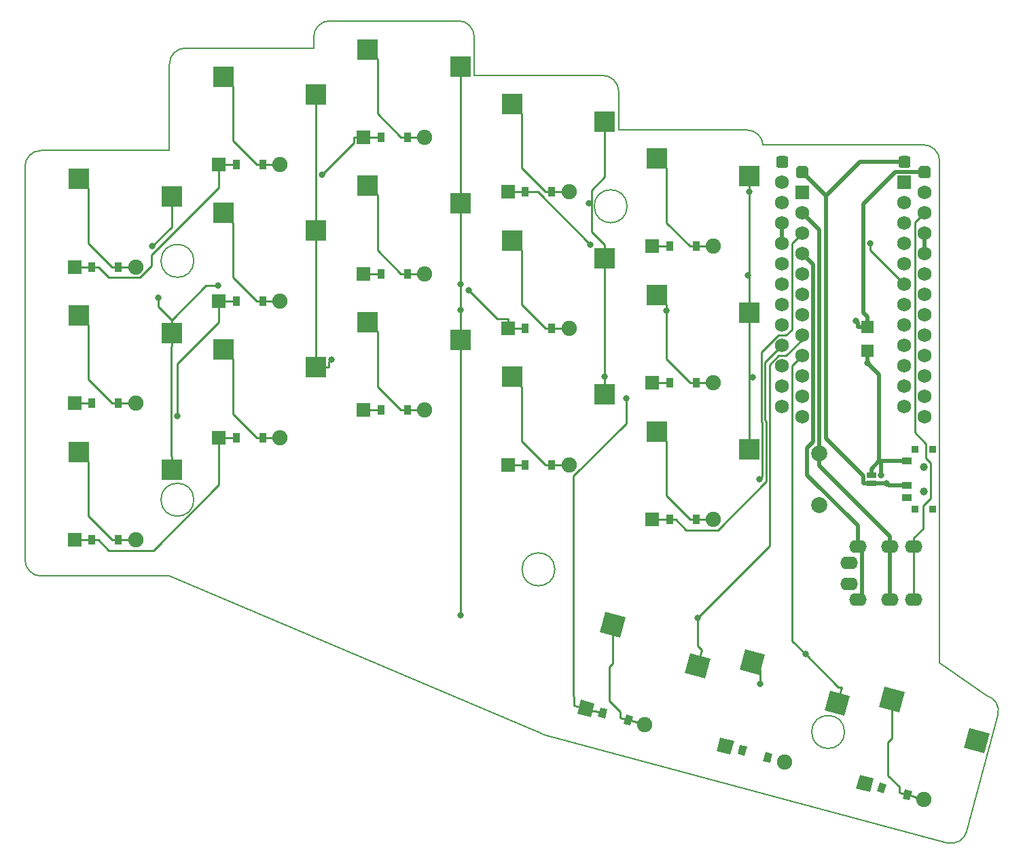
<source format=gbr>
G04 #@! TF.GenerationSoftware,KiCad,Pcbnew,5.1.5+dfsg1-2build2*
G04 #@! TF.CreationDate,2022-04-19T07:05:38+00:00*
G04 #@! TF.ProjectId,board,626f6172-642e-46b6-9963-61645f706362,v1.0.0*
G04 #@! TF.SameCoordinates,Original*
G04 #@! TF.FileFunction,Copper,L2,Bot*
G04 #@! TF.FilePolarity,Positive*
%FSLAX46Y46*%
G04 Gerber Fmt 4.6, Leading zero omitted, Abs format (unit mm)*
G04 Created by KiCad (PCBNEW 5.1.5+dfsg1-2build2) date 2022-04-19 07:05:38*
%MOMM*%
%LPD*%
G04 APERTURE LIST*
G04 #@! TA.AperFunction,Profile*
%ADD10C,0.150000*%
G04 #@! TD*
G04 #@! TA.AperFunction,SMDPad,CuDef*
%ADD11R,2.600000X2.600000*%
G04 #@! TD*
G04 #@! TA.AperFunction,SMDPad,CuDef*
%ADD12R,0.900000X1.200000*%
G04 #@! TD*
G04 #@! TA.AperFunction,ComponentPad*
%ADD13C,1.905000*%
G04 #@! TD*
G04 #@! TA.AperFunction,ComponentPad*
%ADD14R,1.778000X1.778000*%
G04 #@! TD*
G04 #@! TA.AperFunction,SMDPad,CuDef*
%ADD15C,0.350000*%
G04 #@! TD*
G04 #@! TA.AperFunction,ComponentPad*
%ADD16C,0.350000*%
G04 #@! TD*
G04 #@! TA.AperFunction,ComponentPad*
%ADD17R,1.752600X1.752600*%
G04 #@! TD*
G04 #@! TA.AperFunction,ComponentPad*
%ADD18C,1.752600*%
G04 #@! TD*
G04 #@! TA.AperFunction,SMDPad,CuDef*
%ADD19R,1.500000X1.500000*%
G04 #@! TD*
G04 #@! TA.AperFunction,ComponentPad*
%ADD20O,2.200000X1.600000*%
G04 #@! TD*
G04 #@! TA.AperFunction,SMDPad,CuDef*
%ADD21R,1.143000X0.635000*%
G04 #@! TD*
G04 #@! TA.AperFunction,WasherPad*
%ADD22C,1.000000*%
G04 #@! TD*
G04 #@! TA.AperFunction,SMDPad,CuDef*
%ADD23R,1.250000X0.900000*%
G04 #@! TD*
G04 #@! TA.AperFunction,SMDPad,CuDef*
%ADD24R,0.900000X0.900000*%
G04 #@! TD*
G04 #@! TA.AperFunction,ComponentPad*
%ADD25C,2.000000*%
G04 #@! TD*
G04 #@! TA.AperFunction,ViaPad*
%ADD26C,0.800000*%
G04 #@! TD*
G04 #@! TA.AperFunction,Conductor*
%ADD27C,0.250000*%
G04 #@! TD*
G04 #@! TA.AperFunction,Conductor*
%ADD28C,0.500000*%
G04 #@! TD*
G04 APERTURE END LIST*
D10*
X10000000Y-9500000D02*
X26000000Y-9500000D01*
X8000000Y-7500000D02*
X8000000Y41500000D01*
X10000000Y-9500000D02*
G75*
G02X8000000Y-7500000I0J2000000D01*
G01*
X26000000Y43500000D02*
X10000000Y43500000D01*
X8000000Y41500000D02*
G75*
G02X10000000Y43500000I2000000J0D01*
G01*
X44000000Y56250000D02*
X28000000Y56250000D01*
X26000000Y54250000D02*
G75*
G02X28000000Y56250000I2000000J0D01*
G01*
X26000000Y54250000D02*
X26000000Y43500000D01*
X64000000Y52850000D02*
X64000000Y57650000D01*
X62000000Y59650000D02*
G75*
G02X64000000Y57650000I0J-2000000D01*
G01*
X62000000Y59650000D02*
X46000000Y59650000D01*
X44000000Y57650000D02*
G75*
G02X46000000Y59650000I2000000J0D01*
G01*
X44000000Y57650000D02*
X44000000Y56250000D01*
X82000000Y46050000D02*
X82000000Y50850000D01*
X80000000Y52850000D02*
G75*
G02X82000000Y50850000I0J-2000000D01*
G01*
X80000000Y52850000D02*
X64000000Y52850000D01*
X98000000Y46050000D02*
G75*
G02X99994367Y44200000I0J-2000000D01*
G01*
X98000000Y46050000D02*
X82000000Y46050000D01*
X72707107Y-29274745D02*
X122935250Y-42733335D01*
X72707107Y-29274745D02*
G75*
G02X72197860Y-29059141I517638J1931852D01*
G01*
X125384739Y-41319122D02*
G75*
G02X122935250Y-42733335I-1931851J517638D01*
G01*
X125384740Y-41319122D02*
X129267025Y-26830234D01*
X127852812Y-24380745D02*
G75*
G02X129267025Y-26830234I-517638J-1931851D01*
G01*
X122000000Y-20297692D02*
X127852812Y-24380745D01*
X72197860Y-29059141D02*
X26000000Y-9500000D01*
X122000000Y-20297692D02*
X122000000Y42200000D01*
X120000000Y44200000D02*
G75*
G02X122000000Y42200000I0J-2000000D01*
G01*
X120000000Y44200000D02*
X99994367Y44200000D01*
X29050000Y29750000D02*
G75*
G03X29050000Y29750000I-2050000J0D01*
G01*
X29050000Y0D02*
G75*
G03X29050000Y0I-2050000J0D01*
G01*
X83050000Y36550000D02*
G75*
G03X83050000Y36550000I-2050000J0D01*
G01*
X74050000Y-8670000D02*
G75*
G03X74050000Y-8670000I-2050000J0D01*
G01*
X110153958Y-28924179D02*
G75*
G03X110153958Y-28924179I-2050000J0D01*
G01*
D11*
G04 #@! TO.P,S1,1*
G04 #@! TO.N,pinky_bottom*
X14725000Y5950000D03*
G04 #@! TO.P,S1,2*
G04 #@! TO.N,P20*
X26275000Y3750000D03*
G04 #@! TD*
D12*
G04 #@! TO.P,D1,2*
G04 #@! TO.N,pinky_bottom*
X19650000Y-5000000D03*
G04 #@! TO.P,D1,1*
G04 #@! TO.N,P6*
X16350000Y-5000000D03*
D13*
G04 #@! TO.N,pinky_bottom*
X21810000Y-5000000D03*
D14*
G04 #@! TO.P,D1,2*
G04 #@! TO.N,P6*
X14190000Y-5000000D03*
G04 #@! TD*
D11*
G04 #@! TO.P,S2,1*
G04 #@! TO.N,pinky_home*
X14725000Y22950000D03*
G04 #@! TO.P,S2,2*
G04 #@! TO.N,P20*
X26275000Y20750000D03*
G04 #@! TD*
D12*
G04 #@! TO.P,D2,2*
G04 #@! TO.N,pinky_home*
X19650000Y12000000D03*
G04 #@! TO.P,D2,1*
G04 #@! TO.N,P5*
X16350000Y12000000D03*
D13*
G04 #@! TO.N,pinky_home*
X21810000Y12000000D03*
D14*
G04 #@! TO.P,D2,2*
G04 #@! TO.N,P5*
X14190000Y12000000D03*
G04 #@! TD*
D11*
G04 #@! TO.P,S3,1*
G04 #@! TO.N,pinky_top*
X14725000Y39950000D03*
G04 #@! TO.P,S3,2*
G04 #@! TO.N,P20*
X26275000Y37750000D03*
G04 #@! TD*
D12*
G04 #@! TO.P,D3,2*
G04 #@! TO.N,pinky_top*
X19650000Y29000000D03*
G04 #@! TO.P,D3,1*
G04 #@! TO.N,P4*
X16350000Y29000000D03*
D13*
G04 #@! TO.N,pinky_top*
X21810000Y29000000D03*
D14*
G04 #@! TO.P,D3,2*
G04 #@! TO.N,P4*
X14190000Y29000000D03*
G04 #@! TD*
D11*
G04 #@! TO.P,S4,1*
G04 #@! TO.N,ring_bottom*
X32725000Y18700000D03*
G04 #@! TO.P,S4,2*
G04 #@! TO.N,P19*
X44275000Y16500000D03*
G04 #@! TD*
D12*
G04 #@! TO.P,D4,2*
G04 #@! TO.N,ring_bottom*
X37650000Y7750000D03*
G04 #@! TO.P,D4,1*
G04 #@! TO.N,P6*
X34350000Y7750000D03*
D13*
G04 #@! TO.N,ring_bottom*
X39810000Y7750000D03*
D14*
G04 #@! TO.P,D4,2*
G04 #@! TO.N,P6*
X32190000Y7750000D03*
G04 #@! TD*
D11*
G04 #@! TO.P,S5,1*
G04 #@! TO.N,ring_home*
X32725000Y35700000D03*
G04 #@! TO.P,S5,2*
G04 #@! TO.N,P19*
X44275000Y33500000D03*
G04 #@! TD*
D12*
G04 #@! TO.P,D5,2*
G04 #@! TO.N,ring_home*
X37650000Y24750000D03*
G04 #@! TO.P,D5,1*
G04 #@! TO.N,P5*
X34350000Y24750000D03*
D13*
G04 #@! TO.N,ring_home*
X39810000Y24750000D03*
D14*
G04 #@! TO.P,D5,2*
G04 #@! TO.N,P5*
X32190000Y24750000D03*
G04 #@! TD*
D11*
G04 #@! TO.P,S6,1*
G04 #@! TO.N,ring_top*
X32725000Y52700000D03*
G04 #@! TO.P,S6,2*
G04 #@! TO.N,P19*
X44275000Y50500000D03*
G04 #@! TD*
D12*
G04 #@! TO.P,D6,2*
G04 #@! TO.N,ring_top*
X37650000Y41750000D03*
G04 #@! TO.P,D6,1*
G04 #@! TO.N,P4*
X34350000Y41750000D03*
D13*
G04 #@! TO.N,ring_top*
X39810000Y41750000D03*
D14*
G04 #@! TO.P,D6,2*
G04 #@! TO.N,P4*
X32190000Y41750000D03*
G04 #@! TD*
D11*
G04 #@! TO.P,S7,1*
G04 #@! TO.N,middle_bottom*
X50725000Y22100000D03*
G04 #@! TO.P,S7,2*
G04 #@! TO.N,P18*
X62275000Y19900000D03*
G04 #@! TD*
D12*
G04 #@! TO.P,D7,2*
G04 #@! TO.N,middle_bottom*
X55650000Y11150000D03*
G04 #@! TO.P,D7,1*
G04 #@! TO.N,P6*
X52350000Y11150000D03*
D13*
G04 #@! TO.N,middle_bottom*
X57810000Y11150000D03*
D14*
G04 #@! TO.P,D7,2*
G04 #@! TO.N,P6*
X50190000Y11150000D03*
G04 #@! TD*
D11*
G04 #@! TO.P,S8,1*
G04 #@! TO.N,middle_home*
X50725000Y39100000D03*
G04 #@! TO.P,S8,2*
G04 #@! TO.N,P18*
X62275000Y36900000D03*
G04 #@! TD*
D12*
G04 #@! TO.P,D8,2*
G04 #@! TO.N,middle_home*
X55650000Y28150000D03*
G04 #@! TO.P,D8,1*
G04 #@! TO.N,P5*
X52350000Y28150000D03*
D13*
G04 #@! TO.N,middle_home*
X57810000Y28150000D03*
D14*
G04 #@! TO.P,D8,2*
G04 #@! TO.N,P5*
X50190000Y28150000D03*
G04 #@! TD*
D11*
G04 #@! TO.P,S9,1*
G04 #@! TO.N,middle_top*
X50725000Y56100000D03*
G04 #@! TO.P,S9,2*
G04 #@! TO.N,P18*
X62275000Y53900000D03*
G04 #@! TD*
D12*
G04 #@! TO.P,D9,2*
G04 #@! TO.N,middle_top*
X55650000Y45150000D03*
G04 #@! TO.P,D9,1*
G04 #@! TO.N,P4*
X52350000Y45150000D03*
D13*
G04 #@! TO.N,middle_top*
X57810000Y45150000D03*
D14*
G04 #@! TO.P,D9,2*
G04 #@! TO.N,P4*
X50190000Y45150000D03*
G04 #@! TD*
D11*
G04 #@! TO.P,S10,1*
G04 #@! TO.N,index_bottom*
X68725000Y15300000D03*
G04 #@! TO.P,S10,2*
G04 #@! TO.N,P15*
X80275000Y13100000D03*
G04 #@! TD*
D12*
G04 #@! TO.P,D10,2*
G04 #@! TO.N,index_bottom*
X73650000Y4350000D03*
G04 #@! TO.P,D10,1*
G04 #@! TO.N,P6*
X70350000Y4350000D03*
D13*
G04 #@! TO.N,index_bottom*
X75810000Y4350000D03*
D14*
G04 #@! TO.P,D10,2*
G04 #@! TO.N,P6*
X68190000Y4350000D03*
G04 #@! TD*
D11*
G04 #@! TO.P,S11,1*
G04 #@! TO.N,index_home*
X68725000Y32300000D03*
G04 #@! TO.P,S11,2*
G04 #@! TO.N,P15*
X80275000Y30100000D03*
G04 #@! TD*
D12*
G04 #@! TO.P,D11,2*
G04 #@! TO.N,index_home*
X73650000Y21350000D03*
G04 #@! TO.P,D11,1*
G04 #@! TO.N,P5*
X70350000Y21350000D03*
D13*
G04 #@! TO.N,index_home*
X75810000Y21350000D03*
D14*
G04 #@! TO.P,D11,2*
G04 #@! TO.N,P5*
X68190000Y21350000D03*
G04 #@! TD*
D11*
G04 #@! TO.P,S12,1*
G04 #@! TO.N,index_top*
X68725000Y49300000D03*
G04 #@! TO.P,S12,2*
G04 #@! TO.N,P15*
X80275000Y47100000D03*
G04 #@! TD*
D12*
G04 #@! TO.P,D12,2*
G04 #@! TO.N,index_top*
X73650000Y38350000D03*
G04 #@! TO.P,D12,1*
G04 #@! TO.N,P4*
X70350000Y38350000D03*
D13*
G04 #@! TO.N,index_top*
X75810000Y38350000D03*
D14*
G04 #@! TO.P,D12,2*
G04 #@! TO.N,P4*
X68190000Y38350000D03*
G04 #@! TD*
D11*
G04 #@! TO.P,S13,1*
G04 #@! TO.N,inner_bottom*
X86725000Y8500000D03*
G04 #@! TO.P,S13,2*
G04 #@! TO.N,P14*
X98275000Y6300000D03*
G04 #@! TD*
D12*
G04 #@! TO.P,D13,2*
G04 #@! TO.N,inner_bottom*
X91650000Y-2450000D03*
G04 #@! TO.P,D13,1*
G04 #@! TO.N,P6*
X88350000Y-2450000D03*
D13*
G04 #@! TO.N,inner_bottom*
X93810000Y-2450000D03*
D14*
G04 #@! TO.P,D13,2*
G04 #@! TO.N,P6*
X86190000Y-2450000D03*
G04 #@! TD*
D11*
G04 #@! TO.P,S14,1*
G04 #@! TO.N,inner_home*
X86725000Y25500000D03*
G04 #@! TO.P,S14,2*
G04 #@! TO.N,P14*
X98275000Y23300000D03*
G04 #@! TD*
D12*
G04 #@! TO.P,D14,2*
G04 #@! TO.N,inner_home*
X91650000Y14550000D03*
G04 #@! TO.P,D14,1*
G04 #@! TO.N,P5*
X88350000Y14550000D03*
D13*
G04 #@! TO.N,inner_home*
X93810000Y14550000D03*
D14*
G04 #@! TO.P,D14,2*
G04 #@! TO.N,P5*
X86190000Y14550000D03*
G04 #@! TD*
D11*
G04 #@! TO.P,S15,1*
G04 #@! TO.N,inner_top*
X86725000Y42500000D03*
G04 #@! TO.P,S15,2*
G04 #@! TO.N,P14*
X98275000Y40300000D03*
G04 #@! TD*
D12*
G04 #@! TO.P,D15,2*
G04 #@! TO.N,inner_top*
X91650000Y31550000D03*
G04 #@! TO.P,D15,1*
G04 #@! TO.N,P4*
X88350000Y31550000D03*
D13*
G04 #@! TO.N,inner_top*
X93810000Y31550000D03*
D14*
G04 #@! TO.P,D15,2*
G04 #@! TO.N,P4*
X86190000Y31550000D03*
G04 #@! TD*
G04 #@! TA.AperFunction,SMDPad,CuDef*
D15*
G04 #@! TO.P,S16,1*
G04 #@! TO.N,near_thumb*
G36*
X79677698Y-16493348D02*
G01*
X80350627Y-13981941D01*
X82862034Y-14654870D01*
X82189105Y-17166277D01*
X79677698Y-16493348D01*
G37*
G04 #@! TD.AperFunction*
G04 #@! TA.AperFunction,SMDPad,CuDef*
G04 #@! TO.P,S16,2*
G04 #@! TO.N,P18*
G36*
X90264740Y-21607745D02*
G01*
X90937669Y-19096338D01*
X93449076Y-19769267D01*
X92776147Y-22280674D01*
X90264740Y-21607745D01*
G37*
G04 #@! TD.AperFunction*
G04 #@! TD*
G04 #@! TA.AperFunction,SMDPad,CuDef*
G04 #@! TO.P,D16,2*
G04 #@! TO.N,near_thumb*
G36*
X82603020Y-27888737D02*
G01*
X82913603Y-26729626D01*
X83782936Y-26962563D01*
X83472353Y-28121674D01*
X82603020Y-27888737D01*
G37*
G04 #@! TD.AperFunction*
G04 #@! TA.AperFunction,SMDPad,CuDef*
G04 #@! TO.P,D16,1*
G04 #@! TO.N,P7*
G36*
X79415464Y-27034637D02*
G01*
X79726047Y-25875526D01*
X80595380Y-26108463D01*
X80284797Y-27267574D01*
X79415464Y-27034637D01*
G37*
G04 #@! TD.AperFunction*
D13*
G04 #@! TO.N,near_thumb*
X85279377Y-27984702D03*
G04 #@! TA.AperFunction,ComponentPad*
D16*
G04 #@! TO.P,D16,2*
G04 #@! TO.N,P7*
G36*
X76830225Y-26641116D02*
G01*
X77290405Y-24923700D01*
X79007821Y-25383880D01*
X78547641Y-27101296D01*
X76830225Y-26641116D01*
G37*
G04 #@! TD.AperFunction*
G04 #@! TD*
G04 #@! TA.AperFunction,SMDPad,CuDef*
D15*
G04 #@! TO.P,S17,1*
G04 #@! TO.N,home_thumb*
G36*
X97064398Y-21152048D02*
G01*
X97737327Y-18640641D01*
X100248734Y-19313570D01*
X99575805Y-21824977D01*
X97064398Y-21152048D01*
G37*
G04 #@! TD.AperFunction*
G04 #@! TA.AperFunction,SMDPad,CuDef*
G04 #@! TO.P,S17,2*
G04 #@! TO.N,P15*
G36*
X107651440Y-26266445D02*
G01*
X108324369Y-23755038D01*
X110835776Y-24427967D01*
X110162847Y-26939374D01*
X107651440Y-26266445D01*
G37*
G04 #@! TD.AperFunction*
G04 #@! TD*
G04 #@! TA.AperFunction,SMDPad,CuDef*
G04 #@! TO.P,D17,2*
G04 #@! TO.N,home_thumb*
G36*
X99989720Y-32547537D02*
G01*
X100300303Y-31388426D01*
X101169636Y-31621363D01*
X100859053Y-32780474D01*
X99989720Y-32547537D01*
G37*
G04 #@! TD.AperFunction*
G04 #@! TA.AperFunction,SMDPad,CuDef*
G04 #@! TO.P,D17,1*
G04 #@! TO.N,P7*
G36*
X96802164Y-31693437D02*
G01*
X97112747Y-30534326D01*
X97982080Y-30767263D01*
X97671497Y-31926374D01*
X96802164Y-31693437D01*
G37*
G04 #@! TD.AperFunction*
D13*
G04 #@! TO.N,home_thumb*
X102666077Y-32643502D03*
G04 #@! TA.AperFunction,ComponentPad*
D16*
G04 #@! TO.P,D17,2*
G04 #@! TO.N,P7*
G36*
X94216925Y-31299916D02*
G01*
X94677105Y-29582500D01*
X96394521Y-30042680D01*
X95934341Y-31760096D01*
X94216925Y-31299916D01*
G37*
G04 #@! TD.AperFunction*
G04 #@! TD*
G04 #@! TA.AperFunction,SMDPad,CuDef*
D15*
G04 #@! TO.P,S18,1*
G04 #@! TO.N,far_thumb*
G36*
X114451398Y-25810848D02*
G01*
X115124327Y-23299441D01*
X117635734Y-23972370D01*
X116962805Y-26483777D01*
X114451398Y-25810848D01*
G37*
G04 #@! TD.AperFunction*
G04 #@! TA.AperFunction,SMDPad,CuDef*
G04 #@! TO.P,S18,2*
G04 #@! TO.N,P14*
G36*
X125038440Y-30925245D02*
G01*
X125711369Y-28413838D01*
X128222776Y-29086767D01*
X127549847Y-31598174D01*
X125038440Y-30925245D01*
G37*
G04 #@! TD.AperFunction*
G04 #@! TD*
G04 #@! TA.AperFunction,SMDPad,CuDef*
G04 #@! TO.P,D18,2*
G04 #@! TO.N,far_thumb*
G36*
X117376820Y-37206237D02*
G01*
X117687403Y-36047126D01*
X118556736Y-36280063D01*
X118246153Y-37439174D01*
X117376820Y-37206237D01*
G37*
G04 #@! TD.AperFunction*
G04 #@! TA.AperFunction,SMDPad,CuDef*
G04 #@! TO.P,D18,1*
G04 #@! TO.N,P7*
G36*
X114189264Y-36352137D02*
G01*
X114499847Y-35193026D01*
X115369180Y-35425963D01*
X115058597Y-36585074D01*
X114189264Y-36352137D01*
G37*
G04 #@! TD.AperFunction*
D13*
G04 #@! TO.N,far_thumb*
X120053177Y-37302202D03*
G04 #@! TA.AperFunction,ComponentPad*
D16*
G04 #@! TO.P,D18,2*
G04 #@! TO.N,P7*
G36*
X111604025Y-35958616D02*
G01*
X112064205Y-34241200D01*
X113781621Y-34701380D01*
X113321441Y-36418796D01*
X111604025Y-35958616D01*
G37*
G04 #@! TD.AperFunction*
G04 #@! TD*
D17*
G04 #@! TO.P,MCU1,1*
G04 #@! TO.N,RAW*
X117620000Y39520000D03*
D18*
G04 #@! TO.P,MCU1,2*
G04 #@! TO.N,GND*
X117620000Y36980000D03*
G04 #@! TO.P,MCU1,3*
G04 #@! TO.N,RST*
X117620000Y34440000D03*
G04 #@! TO.P,MCU1,4*
G04 #@! TO.N,VCC*
X117620000Y31900000D03*
G04 #@! TO.P,MCU1,5*
G04 #@! TO.N,P21*
X117620000Y29360000D03*
G04 #@! TO.P,MCU1,6*
G04 #@! TO.N,P20*
X117620000Y26820000D03*
G04 #@! TO.P,MCU1,7*
G04 #@! TO.N,P19*
X117620000Y24280000D03*
G04 #@! TO.P,MCU1,8*
G04 #@! TO.N,P18*
X117620000Y21740000D03*
G04 #@! TO.P,MCU1,9*
G04 #@! TO.N,P15*
X117620000Y19200000D03*
G04 #@! TO.P,MCU1,10*
G04 #@! TO.N,P14*
X117620000Y16660000D03*
G04 #@! TO.P,MCU1,11*
G04 #@! TO.N,P16*
X117620000Y14120000D03*
G04 #@! TO.P,MCU1,12*
G04 #@! TO.N,P10*
X117620000Y11580000D03*
G04 #@! TO.P,MCU1,13*
G04 #@! TO.N,P1*
X102380000Y39520000D03*
G04 #@! TO.P,MCU1,14*
G04 #@! TO.N,P0*
X102380000Y36980000D03*
G04 #@! TO.P,MCU1,15*
G04 #@! TO.N,GND*
X102380000Y34440000D03*
G04 #@! TO.P,MCU1,16*
X102380000Y31900000D03*
G04 #@! TO.P,MCU1,17*
G04 #@! TO.N,P2*
X102380000Y29360000D03*
G04 #@! TO.P,MCU1,18*
G04 #@! TO.N,P3*
X102380000Y26820000D03*
G04 #@! TO.P,MCU1,19*
G04 #@! TO.N,P4*
X102380000Y24280000D03*
G04 #@! TO.P,MCU1,20*
G04 #@! TO.N,P5*
X102380000Y21740000D03*
G04 #@! TO.P,MCU1,21*
G04 #@! TO.N,P6*
X102380000Y19200000D03*
G04 #@! TO.P,MCU1,22*
G04 #@! TO.N,P7*
X102380000Y16660000D03*
G04 #@! TO.P,MCU1,23*
G04 #@! TO.N,P8*
X102380000Y14120000D03*
G04 #@! TO.P,MCU1,24*
G04 #@! TO.N,P9*
X102380000Y11580000D03*
G04 #@! TA.AperFunction,ComponentPad*
D16*
G04 #@! TO.P,MCU1,25*
G04 #@! TO.N,Bplus*
G36*
X118031756Y42808194D02*
G01*
X118068159Y42802794D01*
X118103857Y42793853D01*
X118138506Y42781455D01*
X118171774Y42765720D01*
X118203339Y42746801D01*
X118232897Y42724879D01*
X118260165Y42700165D01*
X118284879Y42672897D01*
X118306801Y42643339D01*
X118325720Y42611774D01*
X118341455Y42578506D01*
X118353853Y42543857D01*
X118362794Y42508159D01*
X118368194Y42471756D01*
X118370000Y42435000D01*
X118370000Y41685000D01*
X118368194Y41648244D01*
X118362794Y41611841D01*
X118353853Y41576143D01*
X118341455Y41541494D01*
X118325720Y41508226D01*
X118306801Y41476661D01*
X118284879Y41447103D01*
X118260165Y41419835D01*
X118232897Y41395121D01*
X118203339Y41373199D01*
X118171774Y41354280D01*
X118138506Y41338545D01*
X118103857Y41326147D01*
X118068159Y41317206D01*
X118031756Y41311806D01*
X117995000Y41310000D01*
X117245000Y41310000D01*
X117208244Y41311806D01*
X117171841Y41317206D01*
X117136143Y41326147D01*
X117101494Y41338545D01*
X117068226Y41354280D01*
X117036661Y41373199D01*
X117007103Y41395121D01*
X116979835Y41419835D01*
X116955121Y41447103D01*
X116933199Y41476661D01*
X116914280Y41508226D01*
X116898545Y41541494D01*
X116886147Y41576143D01*
X116877206Y41611841D01*
X116871806Y41648244D01*
X116870000Y41685000D01*
X116870000Y42435000D01*
X116871806Y42471756D01*
X116877206Y42508159D01*
X116886147Y42543857D01*
X116898545Y42578506D01*
X116914280Y42611774D01*
X116933199Y42643339D01*
X116955121Y42672897D01*
X116979835Y42700165D01*
X117007103Y42724879D01*
X117036661Y42746801D01*
X117068226Y42765720D01*
X117101494Y42781455D01*
X117136143Y42793853D01*
X117171841Y42802794D01*
X117208244Y42808194D01*
X117245000Y42810000D01*
X117995000Y42810000D01*
X118031756Y42808194D01*
G37*
G04 #@! TD.AperFunction*
G04 #@! TA.AperFunction,ComponentPad*
G04 #@! TO.N,Bminus*
G36*
X102791756Y42808194D02*
G01*
X102828159Y42802794D01*
X102863857Y42793853D01*
X102898506Y42781455D01*
X102931774Y42765720D01*
X102963339Y42746801D01*
X102992897Y42724879D01*
X103020165Y42700165D01*
X103044879Y42672897D01*
X103066801Y42643339D01*
X103085720Y42611774D01*
X103101455Y42578506D01*
X103113853Y42543857D01*
X103122794Y42508159D01*
X103128194Y42471756D01*
X103130000Y42435000D01*
X103130000Y41685000D01*
X103128194Y41648244D01*
X103122794Y41611841D01*
X103113853Y41576143D01*
X103101455Y41541494D01*
X103085720Y41508226D01*
X103066801Y41476661D01*
X103044879Y41447103D01*
X103020165Y41419835D01*
X102992897Y41395121D01*
X102963339Y41373199D01*
X102931774Y41354280D01*
X102898506Y41338545D01*
X102863857Y41326147D01*
X102828159Y41317206D01*
X102791756Y41311806D01*
X102755000Y41310000D01*
X102005000Y41310000D01*
X101968244Y41311806D01*
X101931841Y41317206D01*
X101896143Y41326147D01*
X101861494Y41338545D01*
X101828226Y41354280D01*
X101796661Y41373199D01*
X101767103Y41395121D01*
X101739835Y41419835D01*
X101715121Y41447103D01*
X101693199Y41476661D01*
X101674280Y41508226D01*
X101658545Y41541494D01*
X101646147Y41576143D01*
X101637206Y41611841D01*
X101631806Y41648244D01*
X101630000Y41685000D01*
X101630000Y42435000D01*
X101631806Y42471756D01*
X101637206Y42508159D01*
X101646147Y42543857D01*
X101658545Y42578506D01*
X101674280Y42611774D01*
X101693199Y42643339D01*
X101715121Y42672897D01*
X101739835Y42700165D01*
X101767103Y42724879D01*
X101796661Y42746801D01*
X101828226Y42765720D01*
X101861494Y42781455D01*
X101896143Y42793853D01*
X101931841Y42802794D01*
X101968244Y42808194D01*
X102005000Y42810000D01*
X102755000Y42810000D01*
X102791756Y42808194D01*
G37*
G04 #@! TD.AperFunction*
G04 #@! TD*
D17*
G04 #@! TO.P,MCU2,1*
G04 #@! TO.N,RAW*
X104880000Y38270000D03*
D18*
G04 #@! TO.P,MCU2,2*
G04 #@! TO.N,GND*
X104880000Y35730000D03*
G04 #@! TO.P,MCU2,3*
G04 #@! TO.N,RST*
X104880000Y33190000D03*
G04 #@! TO.P,MCU2,4*
G04 #@! TO.N,VCC*
X104880000Y30650000D03*
G04 #@! TO.P,MCU2,5*
G04 #@! TO.N,P21*
X104880000Y28110000D03*
G04 #@! TO.P,MCU2,6*
G04 #@! TO.N,P20*
X104880000Y25570000D03*
G04 #@! TO.P,MCU2,7*
G04 #@! TO.N,P19*
X104880000Y23030000D03*
G04 #@! TO.P,MCU2,8*
G04 #@! TO.N,P18*
X104880000Y20490000D03*
G04 #@! TO.P,MCU2,9*
G04 #@! TO.N,P15*
X104880000Y17950000D03*
G04 #@! TO.P,MCU2,10*
G04 #@! TO.N,P14*
X104880000Y15410000D03*
G04 #@! TO.P,MCU2,11*
G04 #@! TO.N,P16*
X104880000Y12870000D03*
G04 #@! TO.P,MCU2,12*
G04 #@! TO.N,P10*
X104880000Y10330000D03*
G04 #@! TO.P,MCU2,13*
G04 #@! TO.N,P1*
X120120000Y38270000D03*
G04 #@! TO.P,MCU2,14*
G04 #@! TO.N,P0*
X120120000Y35730000D03*
G04 #@! TO.P,MCU2,15*
G04 #@! TO.N,GND*
X120120000Y33190000D03*
G04 #@! TO.P,MCU2,16*
X120120000Y30650000D03*
G04 #@! TO.P,MCU2,17*
G04 #@! TO.N,P2*
X120120000Y28110000D03*
G04 #@! TO.P,MCU2,18*
G04 #@! TO.N,P3*
X120120000Y25570000D03*
G04 #@! TO.P,MCU2,19*
G04 #@! TO.N,P4*
X120120000Y23030000D03*
G04 #@! TO.P,MCU2,20*
G04 #@! TO.N,P5*
X120120000Y20490000D03*
G04 #@! TO.P,MCU2,21*
G04 #@! TO.N,P6*
X120120000Y17950000D03*
G04 #@! TO.P,MCU2,22*
G04 #@! TO.N,P7*
X120120000Y15410000D03*
G04 #@! TO.P,MCU2,23*
G04 #@! TO.N,P8*
X120120000Y12870000D03*
G04 #@! TO.P,MCU2,24*
G04 #@! TO.N,P9*
X120120000Y10330000D03*
G04 #@! TA.AperFunction,ComponentPad*
D16*
G04 #@! TO.P,MCU2,25*
G04 #@! TO.N,Bplus*
G36*
X105291756Y41558194D02*
G01*
X105328159Y41552794D01*
X105363857Y41543853D01*
X105398506Y41531455D01*
X105431774Y41515720D01*
X105463339Y41496801D01*
X105492897Y41474879D01*
X105520165Y41450165D01*
X105544879Y41422897D01*
X105566801Y41393339D01*
X105585720Y41361774D01*
X105601455Y41328506D01*
X105613853Y41293857D01*
X105622794Y41258159D01*
X105628194Y41221756D01*
X105630000Y41185000D01*
X105630000Y40435000D01*
X105628194Y40398244D01*
X105622794Y40361841D01*
X105613853Y40326143D01*
X105601455Y40291494D01*
X105585720Y40258226D01*
X105566801Y40226661D01*
X105544879Y40197103D01*
X105520165Y40169835D01*
X105492897Y40145121D01*
X105463339Y40123199D01*
X105431774Y40104280D01*
X105398506Y40088545D01*
X105363857Y40076147D01*
X105328159Y40067206D01*
X105291756Y40061806D01*
X105255000Y40060000D01*
X104505000Y40060000D01*
X104468244Y40061806D01*
X104431841Y40067206D01*
X104396143Y40076147D01*
X104361494Y40088545D01*
X104328226Y40104280D01*
X104296661Y40123199D01*
X104267103Y40145121D01*
X104239835Y40169835D01*
X104215121Y40197103D01*
X104193199Y40226661D01*
X104174280Y40258226D01*
X104158545Y40291494D01*
X104146147Y40326143D01*
X104137206Y40361841D01*
X104131806Y40398244D01*
X104130000Y40435000D01*
X104130000Y41185000D01*
X104131806Y41221756D01*
X104137206Y41258159D01*
X104146147Y41293857D01*
X104158545Y41328506D01*
X104174280Y41361774D01*
X104193199Y41393339D01*
X104215121Y41422897D01*
X104239835Y41450165D01*
X104267103Y41474879D01*
X104296661Y41496801D01*
X104328226Y41515720D01*
X104361494Y41531455D01*
X104396143Y41543853D01*
X104431841Y41552794D01*
X104468244Y41558194D01*
X104505000Y41560000D01*
X105255000Y41560000D01*
X105291756Y41558194D01*
G37*
G04 #@! TD.AperFunction*
G04 #@! TA.AperFunction,ComponentPad*
G04 #@! TO.N,Bminus*
G36*
X120531756Y41558194D02*
G01*
X120568159Y41552794D01*
X120603857Y41543853D01*
X120638506Y41531455D01*
X120671774Y41515720D01*
X120703339Y41496801D01*
X120732897Y41474879D01*
X120760165Y41450165D01*
X120784879Y41422897D01*
X120806801Y41393339D01*
X120825720Y41361774D01*
X120841455Y41328506D01*
X120853853Y41293857D01*
X120862794Y41258159D01*
X120868194Y41221756D01*
X120870000Y41185000D01*
X120870000Y40435000D01*
X120868194Y40398244D01*
X120862794Y40361841D01*
X120853853Y40326143D01*
X120841455Y40291494D01*
X120825720Y40258226D01*
X120806801Y40226661D01*
X120784879Y40197103D01*
X120760165Y40169835D01*
X120732897Y40145121D01*
X120703339Y40123199D01*
X120671774Y40104280D01*
X120638506Y40088545D01*
X120603857Y40076147D01*
X120568159Y40067206D01*
X120531756Y40061806D01*
X120495000Y40060000D01*
X119745000Y40060000D01*
X119708244Y40061806D01*
X119671841Y40067206D01*
X119636143Y40076147D01*
X119601494Y40088545D01*
X119568226Y40104280D01*
X119536661Y40123199D01*
X119507103Y40145121D01*
X119479835Y40169835D01*
X119455121Y40197103D01*
X119433199Y40226661D01*
X119414280Y40258226D01*
X119398545Y40291494D01*
X119386147Y40326143D01*
X119377206Y40361841D01*
X119371806Y40398244D01*
X119370000Y40435000D01*
X119370000Y41185000D01*
X119371806Y41221756D01*
X119377206Y41258159D01*
X119386147Y41293857D01*
X119398545Y41328506D01*
X119414280Y41361774D01*
X119433199Y41393339D01*
X119455121Y41422897D01*
X119479835Y41450165D01*
X119507103Y41474879D01*
X119536661Y41496801D01*
X119568226Y41515720D01*
X119601494Y41531455D01*
X119636143Y41543853D01*
X119671841Y41552794D01*
X119708244Y41558194D01*
X119745000Y41560000D01*
X120495000Y41560000D01*
X120531756Y41558194D01*
G37*
G04 #@! TD.AperFunction*
G04 #@! TD*
D19*
G04 #@! TO.P,PAD1,1*
G04 #@! TO.N,Braw*
X113000000Y18550000D03*
G04 #@! TD*
G04 #@! TO.P,PAD2,1*
G04 #@! TO.N,Bminus*
X113000000Y21550000D03*
G04 #@! TD*
D20*
G04 #@! TO.P,TRRS1,1*
G04 #@! TO.N,N/C*
X110700000Y-7850000D03*
G04 #@! TO.P,TRRS1,2*
G04 #@! TO.N,VCC*
X111800000Y-12450000D03*
G04 #@! TO.P,TRRS1,3*
G04 #@! TO.N,GND*
X115800000Y-12450000D03*
G04 #@! TO.P,TRRS1,4*
G04 #@! TO.N,P0*
X118800000Y-12450000D03*
G04 #@! TD*
G04 #@! TO.P,TRRS2,1*
G04 #@! TO.N,N/C*
X110700000Y-10450000D03*
G04 #@! TO.P,TRRS2,2*
G04 #@! TO.N,VCC*
X111800000Y-5850000D03*
G04 #@! TO.P,TRRS2,3*
G04 #@! TO.N,GND*
X115800000Y-5850000D03*
G04 #@! TO.P,TRRS2,4*
G04 #@! TO.N,P0*
X118800000Y-5850000D03*
G04 #@! TD*
D21*
G04 #@! TO.P,J1,1*
G04 #@! TO.N,Braw*
X113500000Y3050380D03*
G04 #@! TO.P,J1,2*
G04 #@! TO.N,Bplus*
X113500000Y2049620D03*
G04 #@! TD*
D22*
G04 #@! TO.P,T1,*
G04 #@! TO.N,*
X120000000Y1050000D03*
X120000000Y4050000D03*
G04 #@! TD*
G04 #@! TO.P,T2,*
G04 #@! TO.N,*
X120000000Y1050000D03*
X120000000Y4050000D03*
D23*
G04 #@! TO.P,T2,1*
G04 #@! TO.N,Braw*
X117925000Y4800000D03*
G04 #@! TO.P,T2,2*
G04 #@! TO.N,Bplus*
X117925000Y1800000D03*
G04 #@! TO.P,T2,3*
G04 #@! TO.N,N/C*
X117925000Y300000D03*
D24*
G04 #@! TO.P,T2,*
G04 #@! TO.N,*
X121100000Y-1150000D03*
X118900000Y-1150000D03*
X118900000Y6250000D03*
X121100000Y6250000D03*
G04 #@! TD*
D25*
G04 #@! TO.P,B1,2*
G04 #@! TO.N,GND*
X107000000Y5800000D03*
G04 #@! TO.P,B1,1*
G04 #@! TO.N,RST*
X107000000Y-700000D03*
G04 #@! TD*
D26*
G04 #@! TO.N,P20*
X23886900Y31579800D03*
X32071300Y26645100D03*
X113327500Y31920000D03*
X24608200Y25180500D03*
G04 #@! TO.N,P5*
X26951300Y10399200D03*
X63286400Y26105600D03*
G04 #@! TO.N,P4*
X45000000Y40461600D03*
X78491600Y31782100D03*
G04 #@! TO.N,P19*
X46202000Y17460800D03*
G04 #@! TO.N,P18*
X62275000Y23664900D03*
X62275000Y-14414400D03*
X62275000Y26842500D03*
X91856900Y-14715200D03*
G04 #@! TO.N,P15*
X80275000Y15360800D03*
X78329800Y36908600D03*
X105273100Y-19235600D03*
G04 #@! TO.N,P14*
X98130900Y27984400D03*
X98740200Y15290000D03*
X98275000Y38395400D03*
G04 #@! TO.N,inner_home*
X87921700Y23567400D03*
G04 #@! TO.N,P7*
X82918700Y12602000D03*
G04 #@! TO.N,home_thumb*
X99608900Y-22905800D03*
G04 #@! TO.N,RST*
X99571000Y2568100D03*
G04 #@! TO.N,Bplus*
X115350000Y2049600D03*
G04 #@! TO.N,Bminus*
X111594800Y22243800D03*
G04 #@! TO.N,Braw*
X114698600Y3050400D03*
X113001800Y17060800D03*
G04 #@! TD*
D27*
G04 #@! TO.N,pinky_bottom*
X19650000Y-5000000D02*
X18874700Y-5000000D01*
X18874700Y-5000000D02*
X15921700Y-2047000D01*
X15921700Y-2047000D02*
X15921700Y4753300D01*
X15921700Y4753300D02*
X14725000Y5950000D01*
X21810000Y-5000000D02*
X19650000Y-5000000D01*
G04 #@! TO.N,P20*
X23886900Y31579800D02*
X26275000Y33967900D01*
X26275000Y33967900D02*
X26275000Y37750000D01*
X117620000Y26820000D02*
X113327500Y31112500D01*
X113327500Y31112500D02*
X113327500Y31920000D01*
X32071300Y26645100D02*
X30544800Y26645100D01*
X30544800Y26645100D02*
X26275000Y22375300D01*
X26275000Y22375300D02*
X24608200Y24042100D01*
X24608200Y24042100D02*
X24608200Y25180500D01*
X26275000Y3750000D02*
X26275000Y5375300D01*
X26275000Y20750000D02*
X26275000Y19124700D01*
X26275000Y19124700D02*
X26226000Y19075700D01*
X26226000Y19075700D02*
X26226000Y5424300D01*
X26226000Y5424300D02*
X26275000Y5375300D01*
X26275000Y21256000D02*
X26275000Y20750000D01*
X26275000Y21256000D02*
X26275000Y22375300D01*
G04 #@! TO.N,P6*
X32190000Y7750000D02*
X32190000Y1830400D01*
X32190000Y1830400D02*
X24022300Y-6337300D01*
X24022300Y-6337300D02*
X18462600Y-6337300D01*
X18462600Y-6337300D02*
X17125300Y-5000000D01*
X16350000Y-5000000D02*
X17125300Y-5000000D01*
X34350000Y7750000D02*
X32190000Y7750000D01*
X102380000Y19200000D02*
X100253600Y17073600D01*
X100253600Y17073600D02*
X100253600Y9892500D01*
X100253600Y9892500D02*
X100366200Y9779900D01*
X100366200Y9779900D02*
X100366200Y2264200D01*
X100366200Y2264200D02*
X94339400Y-3762600D01*
X94339400Y-3762600D02*
X90437900Y-3762600D01*
X90437900Y-3762600D02*
X89125300Y-2450000D01*
X88350000Y-2450000D02*
X89125300Y-2450000D01*
X88350000Y-2450000D02*
X86190000Y-2450000D01*
X16350000Y-5000000D02*
X14190000Y-5000000D01*
X52350000Y11150000D02*
X50190000Y11150000D01*
X70350000Y4350000D02*
X68190000Y4350000D01*
G04 #@! TO.N,pinky_home*
X19650000Y12000000D02*
X18874700Y12000000D01*
X18874700Y12000000D02*
X15921700Y14953000D01*
X15921700Y14953000D02*
X15921700Y21753300D01*
X15921700Y21753300D02*
X14725000Y22950000D01*
X21810000Y12000000D02*
X19650000Y12000000D01*
G04 #@! TO.N,P5*
X68190000Y22564300D02*
X66827700Y22564300D01*
X66827700Y22564300D02*
X63286400Y26105600D01*
X32190000Y24750000D02*
X32190000Y22140000D01*
X32190000Y22140000D02*
X26951300Y16901300D01*
X26951300Y16901300D02*
X26951300Y10399200D01*
X34350000Y24750000D02*
X32190000Y24750000D01*
X68190000Y21350000D02*
X68190000Y22564300D01*
X70350000Y21350000D02*
X68190000Y21350000D01*
X16350000Y12000000D02*
X14190000Y12000000D01*
X50190000Y28150000D02*
X52350000Y28150000D01*
X88350000Y14550000D02*
X86190000Y14550000D01*
G04 #@! TO.N,pinky_top*
X19650000Y29000000D02*
X18874700Y29000000D01*
X18874700Y29000000D02*
X15921700Y31953000D01*
X15921700Y31953000D02*
X15921700Y38753300D01*
X15921700Y38753300D02*
X14725000Y39950000D01*
X21810000Y29000000D02*
X19650000Y29000000D01*
G04 #@! TO.N,P4*
X17125300Y29000000D02*
X18413700Y27711600D01*
X18413700Y27711600D02*
X22340500Y27711600D01*
X22340500Y27711600D02*
X23782200Y29153300D01*
X23782200Y29153300D02*
X23782200Y30449300D01*
X23782200Y30449300D02*
X32190000Y38857100D01*
X32190000Y38857100D02*
X32190000Y41750000D01*
X16350000Y29000000D02*
X17125300Y29000000D01*
X32190000Y41750000D02*
X34350000Y41750000D01*
X50190000Y45150000D02*
X48975700Y45150000D01*
X48975700Y45150000D02*
X48975700Y44437300D01*
X48975700Y44437300D02*
X45000000Y40461600D01*
X52350000Y45150000D02*
X50190000Y45150000D01*
X71125300Y38350000D02*
X71923700Y38350000D01*
X71923700Y38350000D02*
X78491600Y31782100D01*
X70350000Y38350000D02*
X71125300Y38350000D01*
X16350000Y29000000D02*
X14190000Y29000000D01*
X70350000Y38350000D02*
X68190000Y38350000D01*
X88350000Y31550000D02*
X86190000Y31550000D01*
G04 #@! TO.N,ring_bottom*
X37650000Y7750000D02*
X36874700Y7750000D01*
X36874700Y7750000D02*
X33921700Y10703000D01*
X33921700Y10703000D02*
X33921700Y17503300D01*
X33921700Y17503300D02*
X32725000Y18700000D01*
X39810000Y7750000D02*
X37650000Y7750000D01*
G04 #@! TO.N,P19*
X44275000Y16500000D02*
X45900300Y16500000D01*
X46202000Y17460800D02*
X45900300Y17159100D01*
X45900300Y17159100D02*
X45900300Y16500000D01*
X44275000Y33500000D02*
X44275000Y35125300D01*
X44275000Y50500000D02*
X44275000Y48874700D01*
X44275000Y48874700D02*
X44274700Y48874400D01*
X44274700Y48874400D02*
X44274700Y35125600D01*
X44274700Y35125600D02*
X44275000Y35125300D01*
X44275000Y33500000D02*
X44275000Y16500000D01*
G04 #@! TO.N,ring_home*
X37650000Y24750000D02*
X36874700Y24750000D01*
X36874700Y24750000D02*
X33921700Y27703000D01*
X33921700Y27703000D02*
X33921700Y34503300D01*
X33921700Y34503300D02*
X32725000Y35700000D01*
X39810000Y24750000D02*
X37650000Y24750000D01*
G04 #@! TO.N,ring_top*
X37650000Y41750000D02*
X36874700Y41750000D01*
X36874700Y41750000D02*
X33921700Y44703000D01*
X33921700Y44703000D02*
X33921700Y51503300D01*
X33921700Y51503300D02*
X32725000Y52700000D01*
X39810000Y41750000D02*
X37650000Y41750000D01*
G04 #@! TO.N,middle_bottom*
X55650000Y11150000D02*
X54874700Y11150000D01*
X54874700Y11150000D02*
X51921700Y14103000D01*
X51921700Y14103000D02*
X51921700Y20903300D01*
X51921700Y20903300D02*
X50725000Y22100000D01*
X57810000Y11150000D02*
X55650000Y11150000D01*
G04 #@! TO.N,P18*
X62275000Y26842500D02*
X62275000Y23664900D01*
X62275000Y19900000D02*
X62275000Y23664900D01*
X62275000Y19900000D02*
X62275000Y-14414400D01*
X92390300Y-18697800D02*
X92390200Y-18697800D01*
X92390200Y-18697800D02*
X91856900Y-18164500D01*
X91856900Y-18164500D02*
X91856900Y-14715200D01*
X104880000Y20490000D02*
X104880000Y19937100D01*
X104880000Y19937100D02*
X102872900Y17930000D01*
X102872900Y17930000D02*
X101948200Y17930000D01*
X101948200Y17930000D02*
X100816500Y16798300D01*
X100816500Y16798300D02*
X100816500Y-5755600D01*
X100816500Y-5755600D02*
X91856900Y-14715200D01*
X91856900Y-20688500D02*
X92390300Y-18697800D01*
X62275000Y36900000D02*
X62275000Y26842500D01*
X62275000Y53900000D02*
X62275000Y36900000D01*
G04 #@! TO.N,middle_home*
X55650000Y28150000D02*
X54874700Y28150000D01*
X54874700Y28150000D02*
X51921700Y31103000D01*
X51921700Y31103000D02*
X51921700Y37903300D01*
X51921700Y37903300D02*
X50725000Y39100000D01*
X57810000Y28150000D02*
X55650000Y28150000D01*
G04 #@! TO.N,middle_top*
X55650000Y45150000D02*
X54874700Y45150000D01*
X54874700Y45150000D02*
X51921700Y48103000D01*
X51921700Y48103000D02*
X51921700Y54903300D01*
X51921700Y54903300D02*
X50725000Y56100000D01*
X57810000Y45150000D02*
X55650000Y45150000D01*
G04 #@! TO.N,index_bottom*
X73650000Y4350000D02*
X72874700Y4350000D01*
X72874700Y4350000D02*
X69921700Y7303000D01*
X69921700Y7303000D02*
X69921700Y14103300D01*
X69921700Y14103300D02*
X68725000Y15300000D01*
X75810000Y4350000D02*
X73650000Y4350000D01*
G04 #@! TO.N,P15*
X78613000Y36908600D02*
X78329800Y36908600D01*
X80275000Y15360800D02*
X80275000Y13100000D01*
X80275000Y30100000D02*
X80275000Y15360800D01*
X80275000Y30606000D02*
X80275000Y30100000D01*
X80275000Y30606000D02*
X80275000Y31725300D01*
X78613000Y36908600D02*
X78613000Y33387300D01*
X78613000Y33387300D02*
X80275000Y31725300D01*
X80275000Y47100000D02*
X80275000Y40221200D01*
X80275000Y40221200D02*
X78613000Y38559200D01*
X78613000Y38559200D02*
X78613000Y36908600D01*
X105273100Y-19235600D02*
X103634800Y-17597300D01*
X103634800Y-17597300D02*
X103634800Y16704800D01*
X103634800Y16704800D02*
X104880000Y17950000D01*
X109777000Y-23356500D02*
X109394000Y-23356500D01*
X109394000Y-23356500D02*
X105273100Y-19235600D01*
X109243600Y-25347200D02*
X109777000Y-23356500D01*
G04 #@! TO.N,index_home*
X73650000Y21350000D02*
X72874700Y21350000D01*
X72874700Y21350000D02*
X69921700Y24303000D01*
X69921700Y24303000D02*
X69921700Y31103300D01*
X69921700Y31103300D02*
X68725000Y32300000D01*
X75810000Y21350000D02*
X73650000Y21350000D01*
G04 #@! TO.N,index_top*
X73650000Y38350000D02*
X72874700Y38350000D01*
X72874700Y38350000D02*
X69921700Y41303000D01*
X69921700Y41303000D02*
X69921700Y48103300D01*
X69921700Y48103300D02*
X68725000Y49300000D01*
X75810000Y38350000D02*
X73650000Y38350000D01*
G04 #@! TO.N,inner_bottom*
X91650000Y-2450000D02*
X90874700Y-2450000D01*
X90874700Y-2450000D02*
X87921700Y503000D01*
X87921700Y503000D02*
X87921700Y7303300D01*
X87921700Y7303300D02*
X86725000Y8500000D01*
X93810000Y-2450000D02*
X91650000Y-2450000D01*
G04 #@! TO.N,P14*
X98275000Y27984400D02*
X98275000Y23300000D01*
X98275000Y38395400D02*
X98275000Y27984400D01*
X98275000Y27984400D02*
X98130900Y27984400D01*
X98275000Y15290000D02*
X98275000Y6300000D01*
X98275000Y23300000D02*
X98275000Y15290000D01*
X98275000Y15290000D02*
X98740200Y15290000D01*
X98275000Y40300000D02*
X98275000Y38395400D01*
G04 #@! TO.N,inner_home*
X87921700Y23567400D02*
X87921700Y24303300D01*
X87921700Y24303300D02*
X86725000Y25500000D01*
X90874700Y14550000D02*
X87921700Y17503000D01*
X87921700Y17503000D02*
X87921700Y23567400D01*
X91650000Y14550000D02*
X90874700Y14550000D01*
X93810000Y14550000D02*
X91650000Y14550000D01*
G04 #@! TO.N,inner_top*
X91650000Y31550000D02*
X90874700Y31550000D01*
X90874700Y31550000D02*
X87921700Y34503000D01*
X87921700Y34503000D02*
X87921700Y41303300D01*
X87921700Y41303300D02*
X86725000Y42500000D01*
X93810000Y31550000D02*
X91650000Y31550000D01*
G04 #@! TO.N,near_thumb*
X83193000Y-27425700D02*
X82204500Y-27160800D01*
X81269900Y-15574100D02*
X81269900Y-20413200D01*
X81269900Y-20413200D02*
X80850800Y-20832300D01*
X80850800Y-20832300D02*
X80850800Y-25083500D01*
X80850800Y-25083500D02*
X82204500Y-26437200D01*
X82204500Y-26437200D02*
X82204500Y-27160800D01*
X83193000Y-27425700D02*
X84181400Y-27690500D01*
X85279400Y-27984700D02*
X84475500Y-27984700D01*
X84475500Y-27984700D02*
X84181400Y-27690600D01*
X84181400Y-27690600D02*
X84181400Y-27690500D01*
G04 #@! TO.N,P7*
X77919000Y-26012500D02*
X76431700Y-25614000D01*
X76431700Y-25614000D02*
X76431700Y-24525200D01*
X76431700Y-24525200D02*
X76361200Y-24454700D01*
X76361200Y-24454700D02*
X76361200Y2962000D01*
X76361200Y2962000D02*
X82918700Y9519500D01*
X82918700Y9519500D02*
X82918700Y12602000D01*
X79017000Y-26306700D02*
X78213200Y-26306700D01*
X78213200Y-26306700D02*
X77919000Y-26012500D01*
X80005400Y-26571500D02*
X79017000Y-26306700D01*
G04 #@! TO.N,home_thumb*
X98656600Y-20232800D02*
X99608900Y-21185100D01*
X99608900Y-21185100D02*
X99608900Y-22905800D01*
G04 #@! TO.N,far_thumb*
X117966800Y-36743200D02*
X116978300Y-36478300D01*
X116043600Y-24891600D02*
X116043600Y-29730700D01*
X116043600Y-29730700D02*
X115570700Y-30203600D01*
X115570700Y-30203600D02*
X115570700Y-34347100D01*
X115570700Y-34347100D02*
X116978300Y-35754700D01*
X116978300Y-35754700D02*
X116978300Y-36478300D01*
X117966800Y-36743200D02*
X118955200Y-37008000D01*
X120053200Y-37302200D02*
X119249300Y-37302200D01*
X119249300Y-37302200D02*
X118955200Y-37008100D01*
X118955200Y-37008100D02*
X118955200Y-37008000D01*
D28*
G04 #@! TO.N,GND*
X115800000Y-5850000D02*
X115800000Y-4599700D01*
X104880000Y35730000D02*
X107000000Y33610000D01*
X107000000Y33610000D02*
X107000000Y5800000D01*
X115800000Y-4599700D02*
X107000000Y4200300D01*
X107000000Y4200300D02*
X107000000Y5800000D01*
X102380000Y31900000D02*
X102380000Y34440000D01*
X120120000Y30650000D02*
X120120000Y33190000D01*
X115800000Y-5850000D02*
X115800000Y-12450000D01*
D27*
G04 #@! TO.N,RST*
X104880000Y33190000D02*
X103581700Y31891700D01*
X103581700Y31891700D02*
X103581700Y21179500D01*
X103581700Y21179500D02*
X102872200Y20470000D01*
X102872200Y20470000D02*
X101884400Y20470000D01*
X101884400Y20470000D02*
X99803300Y18388900D01*
X99803300Y18388900D02*
X99803300Y9705900D01*
X99803300Y9705900D02*
X99915900Y9593300D01*
X99915900Y9593300D02*
X99915900Y2913000D01*
X99915900Y2913000D02*
X99571000Y2568100D01*
D28*
G04 #@! TO.N,VCC*
X111800000Y-5850000D02*
X111800000Y-3219000D01*
X111800000Y-3219000D02*
X105492000Y3089000D01*
X105492000Y3089000D02*
X105492000Y6412400D01*
X105492000Y6412400D02*
X106252600Y7173000D01*
X106252600Y7173000D02*
X106252600Y29277400D01*
X106252600Y29277400D02*
X104880000Y30650000D01*
X111800000Y-12450000D02*
X112300000Y-11950000D01*
X112300000Y-11950000D02*
X112300000Y-6350000D01*
X112300000Y-6350000D02*
X111800000Y-5850000D01*
D27*
G04 #@! TO.N,P0*
X118800000Y-5850000D02*
X118800000Y-4724700D01*
X118800000Y-4724700D02*
X119925300Y-3599400D01*
X119925300Y-3599400D02*
X119925300Y-755000D01*
X119925300Y-755000D02*
X120860700Y180400D01*
X120860700Y180400D02*
X120860700Y4601200D01*
X120860700Y4601200D02*
X120324600Y5137300D01*
X120324600Y5137300D02*
X120324600Y6956600D01*
X120324600Y6956600D02*
X118902800Y8378400D01*
X118902800Y8378400D02*
X118902800Y34512800D01*
X118902800Y34512800D02*
X120120000Y35730000D01*
X118800000Y-5850000D02*
X118800000Y-12450000D01*
D28*
G04 #@! TO.N,Bplus*
X107844300Y37845700D02*
X104880000Y40810000D01*
X112478200Y2049600D02*
X112478200Y3007900D01*
X112478200Y3007900D02*
X107844300Y7641800D01*
X107844300Y7641800D02*
X107844300Y37845700D01*
X107844300Y37845700D02*
X112058600Y42060000D01*
X112058600Y42060000D02*
X117620000Y42060000D01*
X113500000Y2049600D02*
X112478200Y2049600D01*
X114010900Y2049600D02*
X113500000Y2049600D01*
X114010900Y2049600D02*
X114521800Y2049600D01*
X115350000Y2049600D02*
X114521800Y2049600D01*
X117925000Y1800000D02*
X115599600Y1800000D01*
X115599600Y1800000D02*
X115350000Y2049600D01*
G04 #@! TO.N,Bminus*
X120120000Y40810000D02*
X120077500Y40852500D01*
X120077500Y40852500D02*
X116515800Y40852500D01*
X116515800Y40852500D02*
X112477200Y36813900D01*
X112477200Y36813900D02*
X112477200Y23273100D01*
X112477200Y23273100D02*
X113000000Y22750300D01*
X113000000Y21550000D02*
X113000000Y22750300D01*
X113000000Y21550000D02*
X111799700Y21550000D01*
X111594800Y22243800D02*
X111799700Y22038900D01*
X111799700Y22038900D02*
X111799700Y21550000D01*
G04 #@! TO.N,Braw*
X114698600Y4800000D02*
X114481800Y4800000D01*
X117925000Y4800000D02*
X114698600Y4800000D01*
X114698600Y4800000D02*
X114698600Y3050400D01*
X114481800Y4800000D02*
X114481800Y15580800D01*
X114481800Y15580800D02*
X113001800Y17060800D01*
X113000000Y17949900D02*
X113001800Y17948100D01*
X113001800Y17948100D02*
X113001800Y17060800D01*
X113000000Y18550000D02*
X113000000Y17949900D01*
X114481800Y4800000D02*
X113500000Y3818200D01*
X113500000Y3050400D02*
X113500000Y3818200D01*
G04 #@! TD*
M02*

</source>
